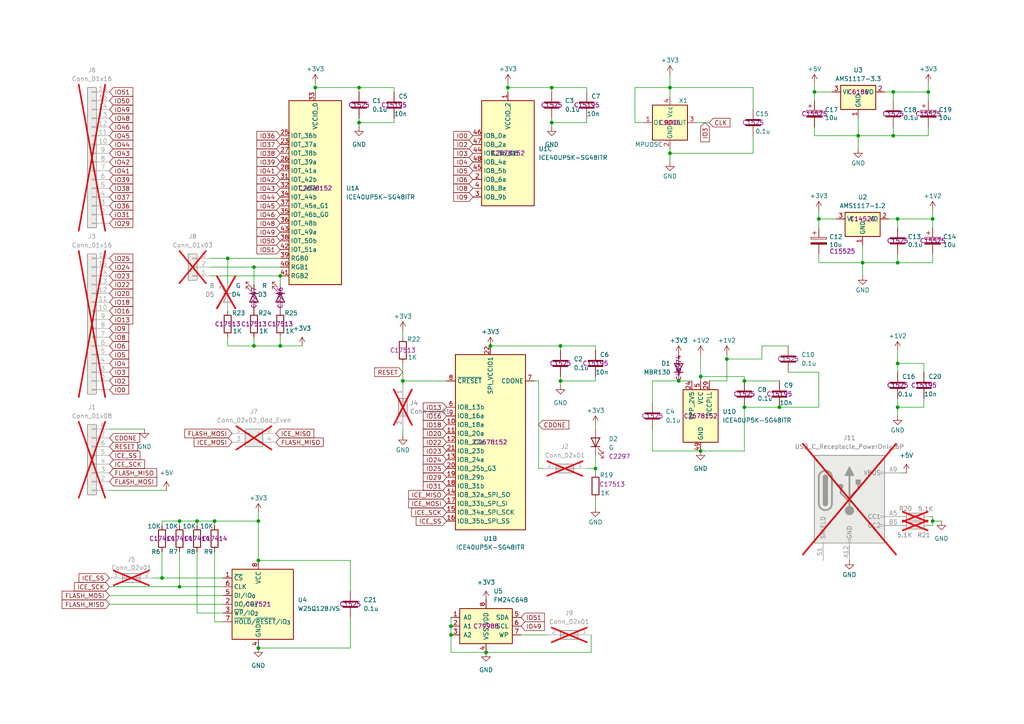
<source format=kicad_sch>
(kicad_sch (version 20250114) (generator "eeschema") (generator_version "9.0")
  (paper "A4")
  (junction (at 269.24 26.67))
  (junction (at 160.02 25.4))
  (junction (at 73.66 77.47))
  (junction (at 194.31 44.45))
  (junction (at 147.32 25.4))
  (junction (at 270.51 151.13))
  (junction (at 66.04 74.93))
  (junction (at 162.56 100.33))
  (junction (at 215.9 110.49))
  (junction (at 162.56 110.49))
  (junction (at 74.93 162.56))
  (junction (at 116.84 110.49))
  (junction (at 203.2 109.22))
  (junction (at 236.22 26.67))
  (junction (at 259.08 39.37))
  (junction (at 142.24 100.33))
  (junction (at 210.82 104.14))
  (junction (at 140.97 189.23))
  (junction (at 81.28 100.33))
  (junction (at 74.93 151.13))
  (junction (at 260.35 118.11))
  (junction (at 248.92 39.37))
  (junction (at 270.51 63.5))
  (junction (at 203.2 130.81))
  (junction (at 250.19 76.2))
  (junction (at 52.07 151.13))
  (junction (at 62.23 151.13))
  (junction (at 172.72 135.89))
  (junction (at 57.15 151.13))
  (junction (at 104.14 25.4))
  (junction (at 194.31 25.4))
  (junction (at 52.07 170.18))
  (junction (at 81.28 80.01))
  (junction (at 260.35 63.5))
  (junction (at 46.99 167.64))
  (junction (at 130.81 184.15))
  (junction (at 130.81 181.61))
  (junction (at 73.66 100.33))
  (junction (at 104.14 35.56))
  (junction (at 160.02 35.56))
  (junction (at 91.44 25.4))
  (junction (at 259.08 26.67))
  (junction (at 215.9 118.11))
  (junction (at 260.35 76.2))
  (junction (at 260.35 105.41))
  (junction (at 196.85 110.49))
  (junction (at 237.49 63.5))
  (junction (at 74.93 187.96))
  (junction (at 226.06 118.11))
  (wire (pts (xy 62.23 151.13) (xy 57.15 151.13)))
  (wire (pts (xy 172.72 100.33) (xy 162.56 100.33)))
  (wire (pts (xy 114.3 35.56) (xy 114.3 34.29)))
  (wire (pts (xy 73.66 100.33) (xy 81.28 100.33)))
  (wire (pts (xy 260.35 101.6) (xy 260.35 105.41)))
  (wire (pts (xy 66.04 74.93) (xy 81.28 74.93)))
  (wire (pts (xy 171.45 189.23) (xy 140.97 189.23)))
  (wire (pts (xy 160.02 34.29) (xy 160.02 35.56)))
  (wire (pts (xy 73.66 77.47) (xy 73.66 82.55)))
  (wire (pts (xy 170.18 25.4) (xy 160.02 25.4)))
  (wire (pts (xy 62.23 151.13) (xy 62.23 152.4)))
  (wire (pts (xy 104.14 34.29) (xy 104.14 35.56)))
  (wire (pts (xy 218.44 31.75) (xy 218.44 25.4)))
  (wire (pts (xy 52.07 160.02) (xy 52.07 170.18)))
  (wire (pts (xy 60.96 77.47) (xy 73.66 77.47)))
  (wire (pts (xy 257.81 63.5) (xy 260.35 63.5)))
  (wire (pts (xy 62.23 160.02) (xy 62.23 180.34)))
  (wire (pts (xy 236.22 26.67) (xy 236.22 24.13)))
  (wire (pts (xy 261.62 137.16) (xy 262.89 137.16)))
  (wire (pts (xy 160.02 25.4) (xy 160.02 26.67)))
  (wire (pts (xy 210.82 102.87) (xy 210.82 104.14)))
  (wire (pts (xy 44.45 167.64) (xy 46.99 167.64)))
  (wire (pts (xy 218.44 44.45) (xy 194.31 44.45)))
  (wire (pts (xy 270.51 73.66) (xy 270.51 76.2)))
  (wire (pts (xy 248.92 39.37) (xy 259.08 39.37)))
  (wire (pts (xy 184.15 25.4) (xy 194.31 25.4)))
  (wire (pts (xy 270.51 151.13) (xy 270.51 152.4)))
  (wire (pts (xy 172.72 110.49) (xy 172.72 109.22)))
  (wire (pts (xy 130.81 181.61) (xy 130.81 184.15)))
  (wire (pts (xy 64.77 177.8) (xy 57.15 177.8)))
  (wire (pts (xy 260.35 63.5) (xy 270.51 63.5)))
  (wire (pts (xy 260.35 118.11) (xy 267.97 118.11)))
  (wire (pts (xy 81.28 100.33) (xy 87.63 100.33)))
  (wire (pts (xy 203.2 130.81) (xy 215.9 130.81)))
  (wire (pts (xy 74.93 148.59) (xy 74.93 151.13)))
  (wire (pts (xy 101.6 187.96) (xy 101.6 179.07)))
  (wire (pts (xy 91.44 25.4) (xy 91.44 26.67)))
  (wire (pts (xy 259.08 36.83) (xy 259.08 39.37)))
  (wire (pts (xy 46.99 160.02) (xy 46.99 167.64)))
  (wire (pts (xy 226.06 110.49) (xy 215.9 110.49)))
  (wire (pts (xy 151.13 184.15) (xy 158.75 184.15)))
  (wire (pts (xy 162.56 110.49) (xy 172.72 110.49)))
  (wire (pts (xy 248.92 39.37) (xy 236.22 39.37)))
  (wire (pts (xy 73.66 97.79) (xy 73.66 100.33)))
  (wire (pts (xy 147.32 25.4) (xy 160.02 25.4)))
  (wire (pts (xy 270.51 63.5) (xy 270.51 60.96)))
  (wire (pts (xy 237.49 63.5) (xy 237.49 66.04)))
  (wire (pts (xy 172.72 132.08) (xy 172.72 135.89)))
  (wire (pts (xy 116.84 95.885) (xy 116.84 97.79)))
  (wire (pts (xy 260.35 76.2) (xy 270.51 76.2)))
  (wire (pts (xy 242.57 63.5) (xy 237.49 63.5)))
  (wire (pts (xy 46.99 167.64) (xy 64.77 167.64)))
  (wire (pts (xy 250.19 71.12) (xy 250.19 76.2)))
  (wire (pts (xy 66.04 100.33) (xy 73.66 100.33)))
  (wire (pts (xy 270.51 149.86) (xy 270.51 151.13)))
  (wire (pts (xy 237.49 63.5) (xy 237.49 60.96)))
  (wire (pts (xy 114.3 26.67) (xy 114.3 25.4)))
  (wire (pts (xy 104.14 35.56) (xy 104.14 36.83)))
  (wire (pts (xy 269.24 29.21) (xy 269.24 26.67)))
  (wire (pts (xy 170.18 35.56) (xy 170.18 34.29)))
  (wire (pts (xy 260.35 105.41) (xy 267.97 105.41)))
  (wire (pts (xy 218.44 39.37) (xy 218.44 44.45)))
  (wire (pts (xy 236.22 39.37) (xy 236.22 36.83)))
  (wire (pts (xy 156.21 135.89) (xy 156.21 110.49)))
  (wire (pts (xy 130.81 184.15) (xy 130.81 189.23)))
  (wire (pts (xy 189.23 124.46) (xy 189.23 130.81)))
  (wire (pts (xy 74.93 187.96) (xy 101.6 187.96)))
  (wire (pts (xy 91.44 24.13) (xy 91.44 25.4)))
  (wire (pts (xy 228.6 107.95) (xy 237.49 107.95)))
  (wire (pts (xy 162.56 100.33) (xy 142.24 100.33)))
  (wire (pts (xy 259.08 29.21) (xy 259.08 26.67)))
  (wire (pts (xy 116.84 110.49) (xy 116.84 111.76)))
  (wire (pts (xy 170.18 26.67) (xy 170.18 25.4)))
  (wire (pts (xy 74.93 151.13) (xy 74.93 162.56)))
  (wire (pts (xy 46.99 151.13) (xy 46.99 152.4)))
  (wire (pts (xy 172.72 144.78) (xy 172.72 147.32)))
  (wire (pts (xy 269.24 152.4) (xy 270.51 152.4)))
  (wire (pts (xy 203.2 102.87) (xy 203.2 109.22)))
  (wire (pts (xy 60.96 80.01) (xy 81.28 80.01)))
  (wire (pts (xy 203.2 109.22) (xy 203.2 110.49)))
  (wire (pts (xy 270.51 151.13) (xy 273.05 151.13)))
  (wire (pts (xy 260.35 66.04) (xy 260.35 63.5)))
  (wire (pts (xy 184.15 35.56) (xy 184.15 25.4)))
  (wire (pts (xy 31.75 142.24) (xy 48.26 142.24)))
  (wire (pts (xy 104.14 35.56) (xy 114.3 35.56)))
  (wire (pts (xy 116.84 110.49) (xy 129.54 110.49)))
  (wire (pts (xy 201.93 35.56) (xy 205.74 35.56)))
  (wire (pts (xy 215.9 110.49) (xy 215.9 109.22)))
  (wire (pts (xy 66.04 100.33) (xy 66.04 97.79)))
  (wire (pts (xy 172.72 123.19) (xy 172.72 124.46)))
  (wire (pts (xy 116.84 124.46) (xy 116.84 126.365)))
  (wire (pts (xy 162.56 100.33) (xy 162.56 101.6)))
  (wire (pts (xy 31.75 170.18) (xy 52.07 170.18)))
  (wire (pts (xy 270.51 66.04) (xy 270.51 63.5)))
  (wire (pts (xy 269.24 149.86) (xy 270.51 149.86)))
  (wire (pts (xy 52.07 170.18) (xy 64.77 170.18)))
  (wire (pts (xy 170.18 135.89) (xy 172.72 135.89)))
  (wire (pts (xy 194.31 25.4) (xy 194.31 27.94)))
  (wire (pts (xy 260.35 118.11) (xy 260.35 120.65)))
  (wire (pts (xy 248.92 34.29) (xy 248.92 39.37)))
  (wire (pts (xy 81.28 80.01) (xy 81.28 82.55)))
  (wire (pts (xy 236.22 26.67) (xy 236.22 29.21)))
  (wire (pts (xy 237.49 76.2) (xy 237.49 73.66)))
  (wire (pts (xy 215.9 118.11) (xy 226.06 118.11)))
  (wire (pts (xy 189.23 110.49) (xy 196.85 110.49)))
  (wire (pts (xy 172.72 135.89) (xy 172.72 137.16)))
  (wire (pts (xy 260.35 105.41) (xy 260.35 107.95)))
  (wire (pts (xy 62.23 180.34) (xy 64.77 180.34)))
  (wire (pts (xy 157.48 135.89) (xy 156.21 135.89)))
  (wire (pts (xy 52.07 151.13) (xy 46.99 151.13)))
  (wire (pts (xy 269.24 24.13) (xy 269.24 26.67)))
  (wire (pts (xy 256.54 26.67) (xy 259.08 26.67)))
  (wire (pts (xy 194.31 21.59) (xy 194.31 25.4)))
  (wire (pts (xy 31.75 175.26) (xy 64.77 175.26)))
  (wire (pts (xy 156.21 110.49) (xy 154.94 110.49)))
  (wire (pts (xy 74.93 151.13) (xy 62.23 151.13)))
  (wire (pts (xy 189.23 116.84) (xy 189.23 110.49)))
  (wire (pts (xy 220.98 104.14) (xy 220.98 100.33)))
  (wire (pts (xy 171.45 184.15) (xy 171.45 189.23)))
  (wire (pts (xy 104.14 25.4) (xy 91.44 25.4)))
  (wire (pts (xy 74.93 162.56) (xy 101.6 162.56)))
  (wire (pts (xy 147.32 25.4) (xy 147.32 26.67)))
  (wire (pts (xy 66.04 74.93) (xy 66.04 82.55)))
  (wire (pts (xy 218.44 25.4) (xy 194.31 25.4)))
  (wire (pts (xy 248.92 39.37) (xy 248.92 43.18)))
  (wire (pts (xy 172.72 101.6) (xy 172.72 100.33)))
  (wire (pts (xy 210.82 104.14) (xy 210.82 110.49)))
  (wire (pts (xy 162.56 110.49) (xy 162.56 111.76)))
  (wire (pts (xy 250.19 76.2) (xy 250.19 80.01)))
  (wire (pts (xy 114.3 25.4) (xy 104.14 25.4)))
  (wire (pts (xy 215.9 130.81) (xy 215.9 118.11)))
  (wire (pts (xy 210.82 110.49) (xy 205.74 110.49)))
  (wire (pts (xy 260.35 118.11) (xy 260.35 115.57)))
  (wire (pts (xy 241.3 26.67) (xy 236.22 26.67)))
  (wire (pts (xy 52.07 151.13) (xy 52.07 152.4)))
  (wire (pts (xy 194.31 44.45) (xy 194.31 46.99)))
  (wire (pts (xy 101.6 162.56) (xy 101.6 171.45)))
  (wire (pts (xy 31.75 124.46) (xy 41.91 124.46)))
  (wire (pts (xy 259.08 26.67) (xy 269.24 26.67)))
  (wire (pts (xy 57.15 177.8) (xy 57.15 160.02)))
  (wire (pts (xy 189.23 130.81) (xy 203.2 130.81)))
  (wire (pts (xy 267.97 107.95) (xy 267.97 105.41)))
  (wire (pts (xy 220.98 100.33) (xy 228.6 100.33)))
  (wire (pts (xy 267.97 115.57) (xy 267.97 118.11)))
  (wire (pts (xy 250.19 76.2) (xy 260.35 76.2)))
  (wire (pts (xy 162.56 109.22) (xy 162.56 110.49)))
  (wire (pts (xy 130.81 179.07) (xy 130.81 181.61)))
  (wire (pts (xy 104.14 25.4) (xy 104.14 26.67)))
  (wire (pts (xy 160.02 35.56) (xy 170.18 35.56)))
  (wire (pts (xy 160.02 35.56) (xy 160.02 36.83)))
  (wire (pts (xy 60.96 74.93) (xy 66.04 74.93)))
  (wire (pts (xy 147.32 24.13) (xy 147.32 25.4)))
  (wire (pts (xy 186.69 35.56) (xy 184.15 35.56)))
  (wire (pts (xy 73.66 77.47) (xy 81.28 77.47)))
  (wire (pts (xy 250.19 76.2) (xy 237.49 76.2)))
  (wire (pts (xy 269.24 36.83) (xy 269.24 39.37)))
  (wire (pts (xy 196.85 110.49) (xy 200.66 110.49)))
  (wire (pts (xy 259.08 39.37) (xy 269.24 39.37)))
  (wire (pts (xy 130.81 189.23) (xy 140.97 189.23)))
  (wire (pts (xy 57.15 151.13) (xy 52.07 151.13)))
  (wire (pts (xy 31.75 172.72) (xy 64.77 172.72)))
  (wire (pts (xy 210.82 104.14) (xy 220.98 104.14)))
  (wire (pts (xy 215.9 109.22) (xy 203.2 109.22)))
  (wire (pts (xy 237.49 118.11) (xy 237.49 107.95)))
  (wire (pts (xy 194.31 43.18) (xy 194.31 44.45)))
  (wire (pts (xy 57.15 151.13) (xy 57.15 152.4)))
  (wire (pts (xy 116.84 105.41) (xy 116.84 110.49)))
  (wire (pts (xy 260.35 73.66) (xy 260.35 76.2)))
  (wire (pts (xy 81.28 100.33) (xy 81.28 97.79)))
  (wire (pts (xy 226.06 118.11) (xy 237.49 118.11)))
  (global_label "FLASH_MOSI" (shape input) (at 31.75 172.72 180) (property "Intersheetrefs" "${INTERSHEET_REFS}" (effects (hide yes))))
  (global_label "IO50" (shape input) (at 81.28 69.85 180) (property "Intersheetrefs" "${INTERSHEET_REFS}" (effects (hide yes))))
  (global_label "ICE_SCK" (shape input) (at 129.54 148.59 180) (property "Intersheetrefs" "${INTERSHEET_REFS}" (effects (hide yes))))
  (global_label "IO9" (shape input) (at 137.16 57.15 180) (property "Intersheetrefs" "${INTERSHEET_REFS}" (effects (hide yes))))
  (global_label "RESET" (shape input) (at 31.75 129.54 0) (property "Intersheetrefs" "${INTERSHEET_REFS}" (effects (hide yes))))
  (global_label "IO0" (shape input) (at 31.75 113.03 0) (property "Intersheetrefs" "${INTERSHEET_REFS}" (effects (hide yes))))
  (global_label "IO6" (shape input) (at 137.16 52.07 180) (property "Intersheetrefs" "${INTERSHEET_REFS}" (effects (hide yes))))
  (global_label "ICE_SS" (shape input) (at 31.75 167.64 180) (property "Intersheetrefs" "${INTERSHEET_REFS}" (effects (hide yes))))
  (global_label "IO18" (shape input) (at 129.54 123.19 180) (property "Intersheetrefs" "${INTERSHEET_REFS}" (effects (hide yes))))
  (global_label "IO41" (shape input) (at 81.28 49.53 180) (property "Intersheetrefs" "${INTERSHEET_REFS}" (effects (hide yes))))
  (global_label "IO5" (shape input) (at 137.16 49.53 180) (property "Intersheetrefs" "${INTERSHEET_REFS}" (effects (hide yes))))
  (global_label "IO4" (shape input) (at 31.75 105.41 0) (property "Intersheetrefs" "${INTERSHEET_REFS}" (effects (hide yes))))
  (global_label "IO25" (shape input) (at 129.54 135.89 180) (property "Intersheetrefs" "${INTERSHEET_REFS}" (effects (hide yes))))
  (global_label "IO6" (shape input) (at 31.75 100.33 0) (property "Intersheetrefs" "${INTERSHEET_REFS}" (effects (hide yes))))
  (global_label "IO18" (shape input) (at 31.75 87.63 0) (property "Intersheetrefs" "${INTERSHEET_REFS}" (effects (hide yes))))
  (global_label "IO51" (shape input) (at 151.13 179.07 0) (property "Intersheetrefs" "${INTERSHEET_REFS}" (effects (hide yes))))
  (global_label "IO13" (shape input) (at 31.75 92.71 0) (property "Intersheetrefs" "${INTERSHEET_REFS}" (effects (hide yes))))
  (global_label "IO46" (shape input) (at 31.75 36.83 0) (property "Intersheetrefs" "${INTERSHEET_REFS}" (effects (hide yes))))
  (global_label "IO46" (shape input) (at 81.28 62.23 180) (property "Intersheetrefs" "${INTERSHEET_REFS}" (effects (hide yes))))
  (global_label "ICE_MISO" (shape input) (at 80.01 125.73 0) (property "Intersheetrefs" "${INTERSHEET_REFS}" (effects (hide yes))))
  (global_label "CDONE" (shape input) (at 31.75 127 0) (property "Intersheetrefs" "${INTERSHEET_REFS}" (effects (hide yes))))
  (global_label "IO45" (shape input) (at 81.28 59.69 180) (property "Intersheetrefs" "${INTERSHEET_REFS}" (effects (hide yes))))
  (global_label "IO51" (shape input) (at 31.75 26.67 0) (property "Intersheetrefs" "${INTERSHEET_REFS}" (effects (hide yes))))
  (global_label "IO31" (shape input) (at 31.75 62.23 0) (property "Intersheetrefs" "${INTERSHEET_REFS}" (effects (hide yes))))
  (global_label "IO3" (shape input) (at 31.75 107.95 0) (property "Intersheetrefs" "${INTERSHEET_REFS}" (effects (hide yes))))
  (global_label "IO13" (shape input) (at 129.54 118.11 180) (property "Intersheetrefs" "${INTERSHEET_REFS}" (effects (hide yes))))
  (global_label "IO37" (shape input) (at 31.75 57.15 0) (property "Intersheetrefs" "${INTERSHEET_REFS}" (effects (hide yes))))
  (global_label "IO49" (shape input) (at 151.13 181.61 0) (property "Intersheetrefs" "${INTERSHEET_REFS}" (effects (hide yes))))
  (global_label "ICE_MISO" (shape input) (at 129.54 143.51 180) (property "Intersheetrefs" "${INTERSHEET_REFS}" (effects (hide yes))))
  (global_label "ICE_SS" (shape input) (at 31.75 132.08 0) (property "Intersheetrefs" "${INTERSHEET_REFS}" (effects (hide yes))))
  (global_label "CLK" (shape input) (at 205.74 35.56 0) (property "Intersheetrefs" "${INTERSHEET_REFS}" (effects (hide yes))))
  (global_label "IO9" (shape input) (at 31.75 95.25 0) (property "Intersheetrefs" "${INTERSHEET_REFS}" (effects (hide yes))))
  (global_label "IO49" (shape input) (at 81.28 67.31 180) (property "Intersheetrefs" "${INTERSHEET_REFS}" (effects (hide yes))))
  (global_label "ICE_MOSI" (shape input) (at 129.54 146.05 180) (property "Intersheetrefs" "${INTERSHEET_REFS}" (effects (hide yes))))
  (global_label "ICE_SCK" (shape input) (at 31.75 134.62 0) (property "Intersheetrefs" "${INTERSHEET_REFS}" (effects (hide yes))))
  (global_label "IO38" (shape input) (at 31.75 54.61 0) (property "Intersheetrefs" "${INTERSHEET_REFS}" (effects (hide yes))))
  (global_label "FLASH_MISO" (shape input) (at 31.75 137.16 0) (property "Intersheetrefs" "${INTERSHEET_REFS}" (effects (hide yes))))
  (global_label "IO49" (shape input) (at 31.75 31.75 0) (property "Intersheetrefs" "${INTERSHEET_REFS}" (effects (hide yes))))
  (global_label "IO29" (shape input) (at 31.75 64.77 0) (property "Intersheetrefs" "${INTERSHEET_REFS}" (effects (hide yes))))
  (global_label "IO20" (shape input) (at 129.54 125.73 180) (property "Intersheetrefs" "${INTERSHEET_REFS}" (effects (hide yes))))
  (global_label "IO22" (shape input) (at 31.75 82.55 0) (property "Intersheetrefs" "${INTERSHEET_REFS}" (effects (hide yes))))
  (global_label "IO23" (shape input) (at 31.75 80.01 0) (property "Intersheetrefs" "${INTERSHEET_REFS}" (effects (hide yes))))
  (global_label "IO39" (shape input) (at 31.75 52.07 0) (property "Intersheetrefs" "${INTERSHEET_REFS}" (effects (hide yes))))
  (global_label "IO48" (shape input) (at 31.75 34.29 0) (property "Intersheetrefs" "${INTERSHEET_REFS}" (effects (hide yes))))
  (global_label "IO24" (shape input) (at 31.75 77.47 0) (property "Intersheetrefs" "${INTERSHEET_REFS}" (effects (hide yes))))
  (global_label "IO41" (shape input) (at 31.75 49.53 0) (property "Intersheetrefs" "${INTERSHEET_REFS}" (effects (hide yes))))
  (global_label "IO3" (shape input) (at 137.16 44.45 180) (property "Intersheetrefs" "${INTERSHEET_REFS}" (effects (hide yes))))
  (global_label "IO8" (shape input) (at 31.75 97.79 0) (property "Intersheetrefs" "${INTERSHEET_REFS}" (effects (hide yes))))
  (global_label "IO16" (shape input) (at 129.54 120.65 180) (property "Intersheetrefs" "${INTERSHEET_REFS}" (effects (hide yes))))
  (global_label "IO43" (shape input) (at 31.75 44.45 0) (property "Intersheetrefs" "${INTERSHEET_REFS}" (effects (hide yes))))
  (global_label "IO5" (shape input) (at 31.75 102.87 0) (property "Intersheetrefs" "${INTERSHEET_REFS}" (effects (hide yes))))
  (global_label "IO38" (shape input) (at 81.28 44.45 180) (property "Intersheetrefs" "${INTERSHEET_REFS}" (effects (hide yes))))
  (global_label "IO36" (shape input) (at 81.28 39.37 180) (property "Intersheetrefs" "${INTERSHEET_REFS}" (effects (hide yes))))
  (global_label "FLASH_MOSI" (shape input) (at 31.75 139.7 0) (property "Intersheetrefs" "${INTERSHEET_REFS}" (effects (hide yes))))
  (global_label "IO29" (shape input) (at 129.54 138.43 180) (property "Intersheetrefs" "${INTERSHEET_REFS}" (effects (hide yes))))
  (global_label "ICE_SS" (shape input) (at 129.54 151.13 180) (property "Intersheetrefs" "${INTERSHEET_REFS}" (effects (hide yes))))
  (global_label "IO0" (shape input) (at 137.16 39.37 180) (property "Intersheetrefs" "${INTERSHEET_REFS}" (effects (hide yes))))
  (global_label "IO2" (shape input) (at 137.16 41.91 180) (property "Intersheetrefs" "${INTERSHEET_REFS}" (effects (hide yes))))
  (global_label "RESET" (shape input) (at 116.84 107.95 180) (property "Intersheetrefs" "${INTERSHEET_REFS}" (effects (hide yes))))
  (global_label "IO23" (shape input) (at 129.54 130.81 180) (property "Intersheetrefs" "${INTERSHEET_REFS}" (effects (hide yes))))
  (global_label "IO24" (shape input) (at 129.54 133.35 180) (property "Intersheetrefs" "${INTERSHEET_REFS}" (effects (hide yes))))
  (global_label "IO45" (shape input) (at 31.75 39.37 0) (property "Intersheetrefs" "${INTERSHEET_REFS}" (effects (hide yes))))
  (global_label "ICE_SCK" (shape input) (at 31.75 170.18 180) (property "Intersheetrefs" "${INTERSHEET_REFS}" (effects (hide yes))))
  (global_label "IO25" (shape input) (at 31.75 74.93 0) (property "Intersheetrefs" "${INTERSHEET_REFS}" (effects (hide yes))))
  (global_label "IO42" (shape input) (at 81.28 52.07 180) (property "Intersheetrefs" "${INTERSHEET_REFS}" (effects (hide yes))))
  (global_label "IO42" (shape input) (at 31.75 46.99 0) (property "Intersheetrefs" "${INTERSHEET_REFS}" (effects (hide yes))))
  (global_label "IO50" (shape input) (at 31.75 29.21 0) (property "Intersheetrefs" "${INTERSHEET_REFS}" (effects (hide yes))))
  (global_label "FLASH_MOSI" (shape input) (at 67.31 125.73 180) (property "Intersheetrefs" "${INTERSHEET_REFS}" (effects (hide yes))))
  (global_label "IO43" (shape input) (at 81.28 54.61 180) (property "Intersheetrefs" "${INTERSHEET_REFS}" (effects (hide yes))))
  (global_label "CDONE" (shape input) (at 156.21 123.19 0) (property "Intersheetrefs" "${INTERSHEET_REFS}" (effects (hide yes))))
  (global_label "IO16" (shape input) (at 31.75 90.17 0) (property "Intersheetrefs" "${INTERSHEET_REFS}" (effects (hide yes))))
  (global_label "IO36" (shape input) (at 31.75 59.69 0) (property "Intersheetrefs" "${INTERSHEET_REFS}" (effects (hide yes))))
  (global_label "IO4" (shape input) (at 137.16 46.99 180) (property "Intersheetrefs" "${INTERSHEET_REFS}" (effects (hide yes))))
  (global_label "IO39" (shape input) (at 81.28 46.99 180) (property "Intersheetrefs" "${INTERSHEET_REFS}" (effects (hide yes))))
  (global_label "IO31" (shape input) (at 129.54 140.97 180) (property "Intersheetrefs" "${INTERSHEET_REFS}" (effects (hide yes))))
  (global_label "IO44" (shape input) (at 81.28 57.15 180) (property "Intersheetrefs" "${INTERSHEET_REFS}" (effects (hide yes))))
  (global_label "IO51" (shape input) (at 81.28 72.39 180) (property "Intersheetrefs" "${INTERSHEET_REFS}" (effects (hide yes))))
  (global_label "ICE_MOSI" (shape input) (at 67.31 128.27 180) (property "Intersheetrefs" "${INTERSHEET_REFS}" (effects (hide yes))))
  (global_label "IO3" (shape input) (at 204.47 35.56 270) (property "Intersheetrefs" "${INTERSHEET_REFS}" (effects (hide yes))))
  (global_label "IO48" (shape input) (at 81.28 64.77 180) (property "Intersheetrefs" "${INTERSHEET_REFS}" (effects (hide yes))))
  (global_label "IO37" (shape input) (at 81.28 41.91 180) (property "Intersheetrefs" "${INTERSHEET_REFS}" (effects (hide yes))))
  (global_label "IO44" (shape input) (at 31.75 41.91 0) (property "Intersheetrefs" "${INTERSHEET_REFS}" (effects (hide yes))))
  (global_label "IO22" (shape input) (at 129.54 128.27 180) (property "Intersheetrefs" "${INTERSHEET_REFS}" (effects (hide yes))))
  (global_label "IO8" (shape input) (at 137.16 54.61 180) (property "Intersheetrefs" "${INTERSHEET_REFS}" (effects (hide yes))))
  (global_label "IO2" (shape input) (at 31.75 110.49 0) (property "Intersheetrefs" "${INTERSHEET_REFS}" (effects (hide yes))))
  (global_label "FLASH_MISO" (shape input) (at 31.75 175.26 180) (property "Intersheetrefs" "${INTERSHEET_REFS}" (effects (hide yes))))
  (global_label "FLASH_MISO" (shape input) (at 80.01 128.27 0) (property "Intersheetrefs" "${INTERSHEET_REFS}" (effects (hide yes))))
  (global_label "IO20" (shape input) (at 31.75 85.09 0) (property "Intersheetrefs" "${INTERSHEET_REFS}" (effects (hide yes))))
  (symbol (lib_id "Regulator_Linear:AMS1117-1.5") (at 250.19 63.5 0) (unit 1)
    (property "Reference" "U2" (at 250.19 57.15 0))
    (property "Value" "AMS1117-1.2" (at 250.19 59.69 0))
    (property "Footprint" "Package_TO_SOT_SMD:SOT-223-3_TabPin2" (effects (hide yes)))
    (property "Datasheet" "http://www.advanced-monolithic.com/pdf/ds1117.pdf" (effects (hide yes)))
    (property "Description" "1A Low Dropout regulator, positive, 1.5V fixed output, SOT-223" (effects (hide yes)))
    (property "JLCPCB Part #" "C14529" (at 250.19 63.5 0))
  )
  (symbol (lib_id "Device:C") (at 189.23 120.65 0) (unit 1)
    (property "Reference" "C4" (at 193.04 119.3799 0) (effects (justify left)))
    (property "Value" "0.1u" (at 193.04 121.9199 0) (effects (justify left)))
    (property "Footprint" "Capacitor_SMD:C_0402_1005Metric" (effects (hide yes)))
    (property "Description" "Unpolarized capacitor" (effects (hide yes)))
    (property "JLCPCB Part #" "C1525" (at 189.23 120.65 0))
  )
  (symbol (lib_id "power:GND") (at 246.38 162.56 0) (unit 1)
    (property "Reference" "#PWR023" (effects (hide yes)))
    (property "Value" "GND" (at 246.38 166.6931 0))
  )
  (symbol (lib_id "FPGA_Lattice:ICE40UP5K-SG48ITR") (at 91.44 54.61 0) (unit 1)
    (property "Reference" "U1" (at 100.33 54.6099 0) (effects (justify left)))
    (property "Value" "ICE40UP5K-SG48ITR" (at 100.33 57.1499 0) (effects (justify left)))
    (property "Footprint" "Package_DFN_QFN:QFN-48-1EP_7x7mm_P0.5mm_EP5.6x5.6mm" (effects (hide yes)))
    (property "Datasheet" "http://www.latticesemi.com/Products/FPGAandCPLD/iCE40Ultra" (effects (hide yes)))
    (property "Description" "iCE40 UltraPlus FPGA, 5280 LUTs, 1.2V, 48-pin QFN" (effects (hide yes)))
    (property "JLCPCB Part #" "C2678152" (at 91.44 54.61 0))
  )
  (symbol (lib_id "Device:R") (at 172.72 140.97 0) (unit 1)
    (property "Reference" "R19" (at 175.895 137.795 0))
    (property "Value" "1K" (at 175.514 143.002 0))
    (property "Footprint" "Resistor_SMD:R_0805_2012Metric" (effects (hide yes)))
    (property "JLCPCB Part #" "C17513" (at 177.546 140.462 0))
  )
  (symbol (lib_id "Device:C") (at 218.44 35.56 0) (unit 1)
    (property "Reference" "C15" (at 219.075 33.02 0) (effects (justify left)))
    (property "Value" "0.1u" (at 219.075 38.1 0) (effects (justify left)))
    (property "Footprint" "Capacitor_SMD:C_0402_1005Metric" (effects (hide yes)))
    (property "JLCPCB Part #" "C1525" (at 218.44 35.56 0))
  )
  (symbol (lib_id "Oscillator:SG-210SED") (at 194.31 35.56 0) (unit 1)
    (property "Reference" "X1" (at 196.85 29.21 0) (effects (justify left)))
    (property "Value" "MPUOSC" (at 184.15 41.91 0) (effects (justify left)))
    (property "Footprint" "Oscillator:Oscillator_SMD_Abracon_ASE-4Pin_3.2x2.5mm" (effects (hide yes)))
    (property "Datasheet" "https://support.epson.biz/td/api/doc_check.php?mode=dl&lang=en&Parts=SG-210SED" (effects (hide yes)))
    (property "JLCPCB Part #" "C9006" (at 194.31 35.56 0))
  )
  (symbol (lib_id "FPGA_Lattice:ICE40UP5K-SG48ITR") (at 142.24 128.27 0) (unit 2)
    (property "Reference" "U1" (at 142.24 156.21 0))
    (property "Value" "ICE40UP5K-SG48ITR" (at 142.24 158.75 0))
    (property "Footprint" "Package_DFN_QFN:QFN-48-1EP_7x7mm_P0.5mm_EP5.6x5.6mm" (effects (hide yes)))
    (property "Datasheet" "http://www.latticesemi.com/Products/FPGAandCPLD/iCE40Ultra" (effects (hide yes)))
    (property "Description" "iCE40 UltraPlus FPGA, 5280 LUTs, 1.2V, 48-pin QFN" (effects (hide yes)))
    (property "JLCPCB Part #" "C2678152" (at 142.24 128.27 0))
  )
  (symbol (lib_id "Device:C") (at 104.14 30.48 0) (unit 1)
    (property "Reference" "C1" (at 107.95 29.2099 0) (effects (justify left)))
    (property "Value" "0.1u" (at 107.95 31.7499 0) (effects (justify left)))
    (property "Footprint" "Capacitor_SMD:C_0402_1005Metric" (effects (hide yes)))
    (property "Description" "Unpolarized capacitor" (effects (hide yes)))
    (property "JLCPCB Part #" "C1525" (at 104.14 30.48 0))
  )
  (symbol (lib_id "FPGA_Lattice:ICE40UP5K-SG48ITR") (at 147.32 44.45 0) (unit 3)
    (property "Reference" "U1" (at 156.21 43.1799 0) (effects (justify left)))
    (property "Value" "ICE40UP5K-SG48ITR" (at 156.21 45.7199 0) (effects (justify left)))
    (property "Footprint" "Package_DFN_QFN:QFN-48-1EP_7x7mm_P0.5mm_EP5.6x5.6mm" (effects (hide yes)))
    (property "Datasheet" "http://www.latticesemi.com/Products/FPGAandCPLD/iCE40Ultra" (effects (hide yes)))
    (property "Description" "iCE40 UltraPlus FPGA, 5280 LUTs, 1.2V, 48-pin QFN" (effects (hide yes)))
    (property "JLCPCB Part #" "C2678152" (at 147.32 44.45 0))
  )
  (symbol (lib_id "Device:R") (at 52.07 156.21 0) (unit 1)
    (property "Reference" "R7" (at 50.292 160.02 0))
    (property "Value" "10K" (at 49.784 152.654 0))
    (property "Footprint" "Resistor_SMD:R_0805_2012Metric" (effects (hide yes)))
    (property "JLCPCB Part #" "C17414" (at 52.07 156.21 0))
  )
  (symbol (lib_id "power:+3V3") (at 269.24 24.13 0) (unit 1)
    (property "Reference" "#PWR015" (effects (hide yes)))
    (property "Value" "+3V3" (at 269.24 19.9969 0))
  )
  (symbol (lib_id "Device:C") (at 259.08 33.02 0) (unit 1)
    (property "Reference" "C18" (at 262.001 31.8516 0) (effects (justify left)))
    (property "Value" "0.1u" (at 262.001 34.163 0) (effects (justify left)))
    (property "Footprint" "Capacitor_SMD:C_0402_1005Metric" (effects (hide yes)))
    (property "JLCPCB Part #" "C1525" (at 259.08 33.02 0))
  )
  (symbol (lib_id "power:+1V2") (at 203.2 102.87 0) (unit 1)
    (property "Reference" "#PWR09" (effects (hide yes)))
    (property "Value" "+1V2" (at 203.2 98.7369 0))
  )
  (symbol (lib_id "Device:CP") (at 236.22 33.02 0) (unit 1)
    (property "Reference" "C17" (at 239.2172 31.8516 0) (effects (justify left)))
    (property "Value" "10u" (at 239.2172 34.163 0) (effects (justify left)))
    (property "Footprint" "Capacitor_SMD:C_0402_1005Metric" (effects (hide yes)))
    (property "JLCPCB Part #" "C15525" (at 236.22 33.02 0))
  )
  (symbol (lib_id "power:GND") (at 162.56 111.76 0) (unit 1)
    (property "Reference" "#PWR06" (effects (hide yes)))
    (property "Value" "GND" (at 162.56 116.84 0))
    (property "Description" "Power symbol creates a global label with name \"GND\" , ground" (effects (hide yes)))
  )
  (symbol (lib_id "Device:LED") (at 172.72 128.27 90) (unit 1)
    (property "Reference" "D2" (at 176.53 127.3174 90) (effects (justify right)))
    (property "Value" "G" (at 176.53 129.8574 90) (effects (justify right)))
    (property "Footprint" "LED_SMD:LED_0805_2012Metric" (effects (hide yes)))
    (property "Description" "Light emitting diode" (effects (hide yes)))
    (property "Sim.Pins" "1=K 2=A" (effects (hide yes)))
    (property "JLCPCB Part #" "C2297" (at 176.53 132.3974 90) (effects (justify right)))
  )
  (symbol (lib_id "power:+3V3") (at 172.72 123.19 0) (unit 1)
    (property "Reference" "#PWR037" (effects (hide yes)))
    (property "Value" "+3V3" (at 172.72 119.0569 0))
  )
  (symbol (lib_id "power:GND") (at 160.02 36.83 0) (unit 1)
    (property "Reference" "#PWR07" (effects (hide yes)))
    (property "Value" "GND" (at 160.02 41.91 0))
    (property "Description" "Power symbol creates a global label with name \"GND\" , ground" (effects (hide yes)))
  )
  (symbol (lib_name "+3V3_1") (lib_id "power:+3V3") (at 140.97 173.99 0) (unit 1)
    (property "Reference" "#PWR010" (effects (hide yes)))
    (property "Value" "+3V3" (at 140.97 168.91 0))
    (property "Description" "Power symbol creates a global label with name \"+3V3\"" (effects (hide yes)))
  )
  (symbol (lib_id "power:+3V3") (at 87.63 100.33 0) (unit 1)
    (property "Reference" "#PWR028" (effects (hide yes)))
    (property "Value" "+3V3" (at 87.63 95.25 0))
  )
  (symbol (lib_id "power:+3V3") (at 237.49 60.96 0) (unit 1)
    (property "Reference" "#PWR012" (effects (hide yes)))
    (property "Value" "+3V3" (at 237.49 56.8269 0))
  )
  (symbol (lib_id "Device:C") (at 215.9 114.3 0) (unit 1)
    (property "Reference" "C8" (at 219.71 113.0299 0) (effects (justify left)))
    (property "Value" "0.1u" (at 219.71 115.5699 0) (effects (justify left)))
    (property "Footprint" "Capacitor_SMD:C_0402_1005Metric" (effects (hide yes)))
    (property "Description" "Unpolarized capacitor" (effects (hide yes)))
    (property "JLCPCB Part #" "C1525" (at 215.9 114.3 0))
  )
  (symbol (lib_id "Connector:USB_C_Receptacle_PowerOnly_6P") (at 246.38 144.78 0) (unit 1) (dnp yes)
    (property "Reference" "J11" (at 246.38 127 0))
    (property "Value" "USB_C_Receptacle_PowerOnly_6P" (at 246.38 129.54 0))
    (property "Footprint" "Connector_USB:USB_C_Receptacle_GCT_USB4135-GF-A_6P_TopMnt_Horizontal" (effects (hide yes)))
    (property "Datasheet" "https://www.usb.org/sites/default/files/documents/usb_type-c.zip" (effects (hide yes)))
    (property "Description" "USB Power-Only 6P Type-C Receptacle connector" (effects (hide yes)))
  )
  (symbol (lib_id "Device:C") (at 101.6 175.26 0) (unit 1)
    (property "Reference" "C21" (at 105.41 173.9899 0) (effects (justify left)))
    (property "Value" "0.1u" (at 105.41 176.5299 0) (effects (justify left)))
    (property "Footprint" "Capacitor_SMD:C_0402_1005Metric" (effects (hide yes)))
    (property "Description" "Unpolarized capacitor" (effects (hide yes)))
    (property "JLCPCB Part #" "C1525" (at 101.6 175.26 0))
  )
  (symbol (lib_id "Device:R") (at 265.43 152.4 270) (unit 1) (dnp yes)
    (property "Reference" "R21" (at 267.97 155.194 90))
    (property "Value" "5.1K" (at 262.382 155.194 90))
    (property "Footprint" "Resistor_SMD:R_0805_2012Metric_Pad1.20x1.40mm_HandSolder" (effects (hide yes)))
  )
  (symbol (lib_id "Memory_NVRAM:FM24C64B") (at 140.97 181.61 0) (unit 1)
    (property "Reference" "U5" (at 143.1133 171.45 0) (effects (justify left)))
    (property "Value" "FM24C64B" (at 143.1133 173.99 0) (effects (justify left)))
    (property "Footprint" "Package_SO:SOIC-8_3.9x4.9mm_P1.27mm" (effects (hide yes)))
    (property "Datasheet" "http://www.cypress.com/file/41651/download" (effects (hide yes)))
    (property "Description" "64Kb serial FRAM nonvolatile Memory, SOIC-8" (effects (hide yes)))
    (property "JLCPCB Part #" "C79988" (at 140.97 181.61 0))
  )
  (symbol (lib_id "power:GND") (at 273.05 151.13 0) (unit 1)
    (property "Reference" "#PWR024" (effects (hide yes)))
    (property "Value" "GND" (at 273.05 156.21 0))
    (property "Description" "Power symbol creates a global label with name \"GND\" , ground" (effects (hide yes)))
  )
  (symbol (lib_id "power:+3V3") (at 196.85 102.87 0) (unit 1)
    (property "Reference" "#PWR08" (effects (hide yes)))
    (property "Value" "+3V3" (at 196.85 98.7369 0))
  )
  (symbol (lib_id "Device:C") (at 160.02 30.48 0) (unit 1)
    (property "Reference" "C3" (at 163.83 29.2099 0) (effects (justify left)))
    (property "Value" "0.1u" (at 163.83 31.7499 0) (effects (justify left)))
    (property "Footprint" "Capacitor_SMD:C_0402_1005Metric" (effects (hide yes)))
    (property "Description" "Unpolarized capacitor" (effects (hide yes)))
    (property "JLCPCB Part #" "C1525" (at 160.02 30.48 0))
  )
  (symbol (lib_id "Device:C") (at 114.3 30.48 0) (unit 1)
    (property "Reference" "C5" (at 115.57 27.94 0) (effects (justify left)))
    (property "Value" "10n" (at 114.3 33.02 0) (effects (justify left)))
    (property "Footprint" "Capacitor_SMD:C_0402_1005Metric" (effects (hide yes)))
    (property "JLCPCB Part #" "C15195" (at 114.3 30.48 0))
  )
  (symbol (lib_id "Device:C") (at 226.06 114.3 0) (unit 1)
    (property "Reference" "C9" (at 227.33 111.76 0) (effects (justify left)))
    (property "Value" "10n" (at 226.06 116.84 0) (effects (justify left)))
    (property "Footprint" "Capacitor_SMD:C_0402_1005Metric" (effects (hide yes)))
    (property "JLCPCB Part #" "C15195" (at 226.06 114.3 0))
  )
  (symbol (lib_id "Device:C") (at 170.18 30.48 0) (unit 1)
    (property "Reference" "C7" (at 171.45 27.94 0) (effects (justify left)))
    (property "Value" "10n" (at 170.18 33.02 0) (effects (justify left)))
    (property "Footprint" "Capacitor_SMD:C_0402_1005Metric" (effects (hide yes)))
    (property "JLCPCB Part #" "C15195" (at 170.18 30.48 0))
  )
  (symbol (lib_id "Device:LED") (at 81.28 86.36 270) (unit 1)
    (property "Reference" "D3" (at 77.47 85.4075 90) (effects (justify right)))
    (property "Value" "R" (at 77.47 82.8675 90) (effects (justify right)))
    (property "Footprint" "LED_SMD:LED_0603_1608Metric" (effects (hide yes)))
    (property "JLCPCB Part #" "C2286" (at 81.28 86.36 0))
  )
  (symbol (lib_id "power:GND") (at 116.84 126.365 0) (unit 1)
    (property "Reference" "#PWR036" (effects (hide yes)))
    (property "Value" "GND" (at 116.84 130.4981 0))
  )
  (symbol (lib_id "Device:CP") (at 270.51 69.85 0) (unit 1)
    (property "Reference" "C14" (at 273.5072 68.6816 0) (effects (justify left)))
    (property "Value" "10u" (at 273.5072 70.993 0) (effects (justify left)))
    (property "Footprint" "Capacitor_SMD:C_0402_1005Metric" (effects (hide yes)))
    (property "JLCPCB Part #" "C15525" (at 270.51 69.85 0))
  )
  (symbol (lib_id "Connector_Generic:Conn_02x01") (at 166.37 184.15 180) (unit 1) (dnp yes)
    (property "Reference" "J9" (at 165.1 177.8 0))
    (property "Value" "Conn_02x01" (at 165.1 180.34 0))
    (property "Footprint" "Connector_PinHeader_2.54mm:PinHeader_2x01_P2.54mm_Vertical" (effects (hide yes)))
  )
  (symbol (lib_id "power:GND") (at 250.19 80.01 0) (unit 1)
    (property "Reference" "#PWR013" (effects (hide yes)))
    (property "Value" "GND" (at 250.19 84.1431 0))
  )
  (symbol (lib_id "power:+3V3") (at 116.84 95.885 0) (unit 1)
    (property "Reference" "#PWR035" (effects (hide yes)))
    (property "Value" "+3V3" (at 116.84 91.7519 0))
  )
  (symbol (lib_id "power:+1V2") (at 260.35 101.6 0) (unit 1)
    (property "Reference" "#PWR019" (effects (hide yes)))
    (property "Value" "+1V2" (at 260.35 97.4669 0))
  )
  (symbol (lib_id "power:+5V") (at 236.22 24.13 0) (unit 1)
    (property "Reference" "#PWR022" (effects (hide yes)))
    (property "Value" "+5V" (at 236.22 19.9969 0))
  )
  (symbol (lib_id "Device:CP") (at 269.24 33.02 0) (unit 1)
    (property "Reference" "C19" (at 272.2372 31.8516 0) (effects (justify left)))
    (property "Value" "10u" (at 272.2372 34.163 0) (effects (justify left)))
    (property "Footprint" "Capacitor_SMD:C_0402_1005Metric" (effects (hide yes)))
    (property "JLCPCB Part #" "C15525" (at 269.24 33.02 0))
  )
  (symbol (lib_id "Connector_Generic:Conn_01x16") (at 26.67 46.99 180) (unit 1) (dnp yes)
    (property "Reference" "J6" (at 26.67 20.32 0))
    (property "Value" "Conn_01x16" (at 26.67 22.86 0))
    (property "Footprint" "Connector_PinHeader_2.54mm:PinHeader_1x16_P2.54mm_Vertical" (effects (hide yes)))
    (property "Description" "Generic connector, single row, 01x16, script generated (kicad-library-utils/schlib/autogen/connector/)" (effects (hide yes)))
  )
  (symbol (lib_id "power:GND") (at 203.2 130.81 0) (unit 1)
    (property "Reference" "#PWR01" (effects (hide yes)))
    (property "Value" "GND" (at 203.2 135.89 0))
    (property "Description" "Power symbol creates a global label with name \"GND\" , ground" (effects (hide yes)))
  )
  (symbol (lib_id "Device:CP") (at 237.49 69.85 0) (unit 1)
    (property "Reference" "C12" (at 240.4872 68.6816 0) (effects (justify left)))
    (property "Value" "10u" (at 240.4872 70.993 0) (effects (justify left)))
    (property "Footprint" "Capacitor_SMD:C_0402_1005Metric" (effects (hide yes)))
    (property "JLCPCB Part #" "C15525" (at 244.348 72.898 0))
  )
  (symbol (lib_id "Device:LED") (at 73.66 86.36 270) (unit 1)
    (property "Reference" "D4" (at 69.85 85.4075 90) (effects (justify right)))
    (property "Value" "G" (at 69.85 82.8675 90) (effects (justify right)))
    (property "Footprint" "LED_SMD:LED_0805_2012Metric" (effects (hide yes)))
    (property "JLCPCB Part #" "C2297" (at 73.66 86.36 0))
  )
  (symbol (lib_id "Device:R") (at 46.99 156.21 0) (unit 1)
    (property "Reference" "R6" (at 45.212 160.02 0))
    (property "Value" "10K" (at 44.704 152.654 0))
    (property "Footprint" "Resistor_SMD:R_0805_2012Metric" (effects (hide yes)))
    (property "JLCPCB Part #" "C17414" (at 46.99 156.21 0))
  )
  (symbol (lib_id "power:GND") (at 172.72 147.32 0) (unit 1)
    (property "Reference" "#PWR038" (effects (hide yes)))
    (property "Value" "GND" (at 172.72 151.4531 0))
  )
  (symbol (lib_id "power:GND") (at 74.93 187.96 0) (unit 1)
    (property "Reference" "#PWR05" (effects (hide yes)))
    (property "Value" "GND" (at 74.93 193.04 0))
    (property "Description" "Power symbol creates a global label with name \"GND\" , ground" (effects (hide yes)))
  )
  (symbol (lib_id "Device:R") (at 116.84 101.6 0) (unit 1)
    (property "Reference" "R22" (at 120.015 98.425 0))
    (property "Value" "1K" (at 119.634 103.632 0))
    (property "Footprint" "Resistor_SMD:R_0805_2012Metric" (effects (hide yes)))
    (property "JLCPCB Part #" "C17513" (at 116.84 101.6 0))
  )
  (symbol (lib_id "power:+1V2") (at 270.51 60.96 0) (unit 1)
    (property "Reference" "#PWR016" (effects (hide yes)))
    (property "Value" "+1V2" (at 270.51 56.8269 0))
  )
  (symbol (lib_id "Memory_Flash:W25Q128JVS") (at 74.93 175.26 0) (unit 1)
    (property "Reference" "U4" (at 86.36 173.9899 0) (effects (justify left)))
    (property "Value" "W25Q128JVS" (at 86.36 176.5299 0) (effects (justify left)))
    (property "Footprint" "Package_SO:SOIC-8_5.3x5.3mm_P1.27mm" (effects (hide yes)))
    (property "Datasheet" "https://www.winbond.com/resource-files/w25q128jv_dtr%20revc%2003272018%20plus.pdf" (effects (hide yes)))
    (property "Description" "128Mbit / 16MiB Serial Flash Memory, Standard/Dual/Quad SPI, 2.7-3.6V, SOIC-8" (effects (hide yes)))
    (property "JLCPCB Part #" "C97521" (at 74.93 175.26 0))
  )
  (symbol (lib_id "power:+3V3") (at 147.32 24.13 0) (unit 1)
    (property "Reference" "#PWR027" (effects (hide yes)))
    (property "Value" "+3V3" (at 147.32 19.9969 0))
  )
  (symbol (lib_id "Device:C") (at 260.35 111.76 0) (unit 1)
    (property "Reference" "C16" (at 261.62 109.22 0) (effects (justify left)))
    (property "Value" "0.1u" (at 260.35 114.3 0) (effects (justify left)))
    (property "Footprint" "Capacitor_SMD:C_0402_1005Metric" (effects (hide yes)))
    (property "JLCPCB Part #" "C1525" (at 260.35 111.76 0))
  )
  (symbol (lib_id "Device:C") (at 267.97 111.76 0) (unit 1)
    (property "Reference" "C20" (at 269.24 109.22 0) (effects (justify left)))
    (property "Value" "10n" (at 267.97 114.3 0) (effects (justify left)))
    (property "Footprint" "Capacitor_SMD:C_0402_1005Metric" (effects (hide yes)))
    (property "JLCPCB Part #" "C15195" (at 267.97 111.76 0))
  )
  (symbol (lib_id "Device:LED") (at 66.04 86.36 270) (unit 1) (dnp yes)
    (property "Reference" "D5" (at 62.23 85.4075 90) (effects (justify right)))
    (property "Value" "B" (at 62.23 82.8675 90) (effects (justify right)))
    (property "Footprint" "LED_SMD:LED_0201_0603Metric_Pad0.64x0.40mm_HandSolder" (effects (hide yes)))
  )
  (symbol (lib_id "Device:C") (at 260.35 69.85 0) (unit 1)
    (property "Reference" "C13" (at 263.271 68.6816 0) (effects (justify left)))
    (property "Value" "0.1u" (at 263.271 70.993 0) (effects (justify left)))
    (property "Footprint" "Capacitor_SMD:C_0402_1005Metric" (effects (hide yes)))
    (property "JLCPCB Part #" "C1525" (at 260.35 69.85 0))
  )
  (symbol (lib_id "Regulator_Linear:AMS1117-3.3") (at 248.92 26.67 0) (unit 1)
    (property "Reference" "U3" (at 248.92 20.32 0))
    (property "Value" "AMS1117-3.3" (at 248.92 22.86 0))
    (property "Footprint" "Package_TO_SOT_SMD:SOT-223-3_TabPin2" (effects (hide yes)))
    (property "Datasheet" "http://www.advanced-monolithic.com/pdf/ds1117.pdf" (effects (hide yes)))
    (property "Description" "1A Low Dropout regulator, positive, 3.3V fixed output, SOT-223" (effects (hide yes)))
    (property "JLCPCB Part #" "C6186" (at 248.92 26.67 0))
  )
  (symbol (lib_id "power:+3V3") (at 194.31 21.59 0) (unit 1)
    (property "Reference" "#PWR017" (effects (hide yes)))
    (property "Value" "+3V3" (at 194.31 17.4569 0))
  )
  (symbol (lib_id "Connector_Generic:Conn_01x16") (at 26.67 95.25 180) (unit 1) (dnp yes)
    (property "Reference" "J3" (at 26.67 68.58 0))
    (property "Value" "Conn_01x16" (at 26.67 71.12 0))
    (property "Footprint" "Connector_PinHeader_2.54mm:PinHeader_1x16_P2.54mm_Vertical" (effects (hide yes)))
    (property "Description" "Generic connector, single row, 01x16, script generated (kicad-library-utils/schlib/autogen/connector/)" (effects (hide yes)))
  )
  (symbol (lib_id "power:+1V2") (at 210.82 102.87 0) (unit 1)
    (property "Reference" "#PWR020" (effects (hide yes)))
    (property "Value" "+1V2" (at 210.82 98.7369 0))
  )
  (symbol (lib_id "Device:D") (at 196.85 106.68 90) (unit 1)
    (property "Reference" "D1" (at 191.77 105.41 90) (effects (justify right)))
    (property "Value" "MBR130" (at 186.69 107.95 90) (effects (justify right)))
    (property "Footprint" "Diode_SMD:D_SOD-123" (effects (hide yes)))
    (property "Sim.Device" "D" (effects (hide yes)))
    (property "Sim.Pins" "1=K 2=A" (effects (hide yes)))
    (property "JLCPCB Part #" "C48974" (at 196.85 106.68 0))
  )
  (symbol (lib_id "Connector_Generic:Conn_02x01") (at 36.83 167.64 0) (unit 1) (dnp yes)
    (property "Reference" "J5" (at 38.1 162.2257 0))
    (property "Value" "Conn_02x01" (at 38.1 164.6499 0))
    (property "Footprint" "Connector_PinHeader_2.54mm:PinHeader_2x01_P2.54mm_Vertical" (effects (hide yes)))
  )
  (symbol (lib_id "Connector_Generic:Conn_01x08") (at 26.67 134.62 180) (unit 1) (dnp yes)
    (property "Reference" "J1" (at 26.67 118.11 0))
    (property "Value" "Conn_01x08" (at 26.67 120.65 0))
    (property "Footprint" "Connector_PinHeader_2.54mm:PinHeader_1x08_P2.54mm_Vertical" (effects (hide yes)))
    (property "Description" "Generic connector, single row, 01x08, script generated (kicad-library-utils/schlib/autogen/connector/)" (effects (hide yes)))
  )
  (symbol (lib_id "power:GND") (at 41.91 124.46 0) (unit 1)
    (property "Reference" "#PWR03" (effects (hide yes)))
    (property "Value" "GND" (at 41.91 129.54 0))
    (property "Description" "Power symbol creates a global label with name \"GND\" , ground" (effects (hide yes)))
  )
  (symbol (lib_id "power:GND") (at 140.97 189.23 0) (unit 1)
    (property "Reference" "#PWR011" (effects (hide yes)))
    (property "Value" "GND" (at 140.97 194.31 0))
    (property "Description" "Power symbol creates a global label with name \"GND\" , ground" (effects (hide yes)))
  )
  (symbol (lib_id "Device:R") (at 81.28 93.98 0) (unit 1)
    (property "Reference" "R25" (at 84.455 90.805 0))
    (property "Value" "1K" (at 84.074 96.012 0))
    (property "Footprint" "Resistor_SMD:R_0805_2012Metric" (effects (hide yes)))
    (property "JLCPCB Part #" "C17513" (at 81.28 93.98 0))
  )
  (symbol (lib_id "Connector_Generic:Conn_02x02_Odd_Even") (at 72.39 125.73 0) (unit 1) (dnp yes)
    (property "Reference" "J7" (at 73.66 119.38 0))
    (property "Value" "Conn_02x02_Odd_Even" (at 73.66 121.92 0))
    (property "Footprint" "Connector_PinSocket_2.54mm:PinSocket_2x02_P2.54mm_Vertical" (effects (hide yes)))
    (property "Description" "Generic connector, double row, 02x02, odd/even pin numbering scheme (row 1 odd numbers, row 2 even numbers), script generated (kicad-library-utils/schlib/autogen/connector/)" (effects (hide yes)))
  )
  (symbol (lib_id "power:+3V3") (at 74.93 148.59 0) (unit 1)
    (property "Reference" "#PWR029" (effects (hide yes)))
    (property "Value" "+3V3" (at 74.93 144.4569 0))
  )
  (symbol (lib_id "Device:R") (at 73.66 93.98 0) (unit 1)
    (property "Reference" "R24" (at 76.835 90.805 0))
    (property "Value" "1K" (at 76.454 96.012 0))
    (property "Footprint" "Resistor_SMD:R_0805_2012Metric" (effects (hide yes)))
    (property "JLCPCB Part #" "C17513" (at 73.66 93.98 0))
  )
  (symbol (lib_id "power:GND") (at 248.92 43.18 0) (unit 1)
    (property "Reference" "#PWR014" (effects (hide yes)))
    (property "Value" "GND" (at 248.92 47.3131 0))
  )
  (symbol (lib_id "power:+3V3") (at 91.44 24.13 0) (unit 1)
    (property "Reference" "#PWR026" (effects (hide yes)))
    (property "Value" "+3V3" (at 91.44 19.9969 0))
  )
  (symbol (lib_id "Device:C") (at 172.72 105.41 0) (unit 1)
    (property "Reference" "C6" (at 173.99 102.87 0) (effects (justify left)))
    (property "Value" "10n" (at 172.72 107.95 0) (effects (justify left)))
    (property "Footprint" "Capacitor_SMD:C_0402_1005Metric" (effects (hide yes)))
    (property "JLCPCB Part #" "C15195" (at 172.72 105.41 0))
  )
  (symbol (lib_id "Device:R") (at 57.15 156.21 0) (unit 1)
    (property "Reference" "R8" (at 55.372 160.02 0))
    (property "Value" "10K" (at 54.864 152.654 0))
    (property "Footprint" "Resistor_SMD:R_0805_2012Metric" (effects (hide yes)))
    (property "JLCPCB Part #" "C17414" (at 57.15 156.21 0))
  )
  (symbol (lib_id "Device:R") (at 265.43 149.86 90) (unit 1) (dnp yes)
    (property "Reference" "R20" (at 262.636 147.574 90))
    (property "Value" "5.1K" (at 268.478 147.574 90))
    (property "Footprint" "Resistor_SMD:R_0805_2012Metric_Pad1.20x1.40mm_HandSolder" (effects (hide yes)))
  )
  (symbol (lib_id "FPGA_Lattice:ICE40UP5K-SG48ITR") (at 203.2 120.65 0) (unit 4)
    (property "Reference" "U1" (at 209.55 119.3799 0) (effects (justify left)))
    (property "Value" "ICE40UP5K-SG48ITR" (at 209.55 121.9199 0) (effects (justify left)))
    (property "Footprint" "Package_DFN_QFN:QFN-48-1EP_7x7mm_P0.5mm_EP5.6x5.6mm" (effects (hide yes)))
    (property "Datasheet" "http://www.latticesemi.com/Products/FPGAandCPLD/iCE40Ultra" (effects (hide yes)))
    (property "Description" "iCE40 UltraPlus FPGA, 5280 LUTs, 1.2V, 48-pin QFN" (effects (hide yes)))
    (property "JLCPCB Part #" "C2678152" (at 203.2 120.65 0))
  )
  (symbol (lib_id "Device:C") (at 228.6 104.14 0) (unit 1)
    (property "Reference" "C10" (at 232.41 102.8699 0) (effects (justify left)))
    (property "Value" "0.1u" (at 232.41 105.4099 0) (effects (justify left)))
    (property "Footprint" "Capacitor_SMD:C_0402_1005Metric" (effects (hide yes)))
    (property "Description" "Unpolarized capacitor" (effects (hide yes)))
    (property "JLCPCB Part #" "C1525" (at 228.6 104.14 0))
  )
  (symbol (lib_id "Connector_Generic:Conn_02x01") (at 116.84 116.84 270) (unit 1) (dnp yes)
    (property "Reference" "J4" (at 118.872 116.8979 90) (effects (justify left)))
    (property "Value" "Conn_02x01" (at 118.872 119.3221 90) (effects (justify left)))
    (property "Footprint" "Connector_PinHeader_2.54mm:PinHeader_2x01_P2.54mm_Vertical" (effects (hide yes)))
  )
  (symbol (lib_name "+5V_1") (lib_id "power:+5V") (at 48.26 142.24 0) (unit 1)
    (property "Reference" "#PWR04" (effects (hide yes)))
    (property "Value" "+5V" (at 48.26 137.16 0))
    (property "Description" "Power symbol creates a global label with name \"+5V\"" (effects (hide yes)))
  )
  (symbol (lib_id "Device:C") (at 162.56 105.41 0) (unit 1)
    (property "Reference" "C2" (at 166.37 104.1399 0) (effects (justify left)))
    (property "Value" "0.1u" (at 166.37 106.6799 0) (effects (justify left)))
    (property "Footprint" "Capacitor_SMD:C_0402_1005Metric" (effects (hide yes)))
    (property "Description" "Unpolarized capacitor" (effects (hide yes)))
    (property "JLCPCB Part #" "C1525" (at 162.56 105.41 0))
  )
  (symbol (lib_name "+5V_2") (lib_id "power:+5V") (at 262.89 137.16 0) (unit 1)
    (property "Reference" "#PWR030" (effects (hide yes)))
    (property "Value" "+5V" (at 262.89 132.08 0))
    (property "Description" "Power symbol creates a global label with name \"+5V\"" (effects (hide yes)))
  )
  (symbol (lib_id "Connector_Generic:Conn_02x01") (at 165.1 135.89 180) (unit 1) (dnp yes)
    (property "Reference" "J2" (at 163.83 129.54 0))
    (property "Value" "Conn_02x01" (at 163.83 132.08 0))
    (property "Footprint" "Connector_PinHeader_2.54mm:PinHeader_2x01_P2.54mm_Vertical" (effects (hide yes)))
  )
  (symbol (lib_id "Device:R") (at 66.04 93.98 0) (unit 1)
    (property "Reference" "R23" (at 69.215 90.805 0))
    (property "Value" "1K" (at 68.834 96.012 0))
    (property "Footprint" "Resistor_SMD:R_0805_2012Metric" (effects (hide yes)))
    (property "JLCPCB Part #" "C17513" (at 66.04 93.98 0))
  )
  (symbol (lib_id "power:GND") (at 260.35 120.65 0) (unit 1)
    (property "Reference" "#PWR021" (effects (hide yes)))
    (property "Value" "GND" (at 260.35 124.7831 0))
  )
  (symbol (lib_id "power:GND") (at 194.31 46.99 0) (unit 1)
    (property "Reference" "#PWR018" (effects (hide yes)))
    (property "Value" "GND" (at 194.31 51.1231 0))
  )
  (symbol (lib_id "power:GND") (at 104.14 36.83 0) (unit 1)
    (property "Reference" "#PWR02" (effects (hide yes)))
    (property "Value" "GND" (at 104.14 41.91 0))
    (property "Description" "Power symbol creates a global label with name \"GND\" , ground" (effects (hide yes)))
  )
  (symbol (lib_id "Connector_Generic:Conn_01x03") (at 55.88 77.47 180) (unit 1) (dnp yes)
    (property "Reference" "J8" (at 55.88 68.58 0))
    (property "Value" "Conn_01x03" (at 55.88 71.12 0))
    (property "Footprint" "Connector_PinHeader_2.54mm:PinHeader_1x03_P2.54mm_Vertical" (effects (hide yes)))
    (property "Description" "Generic connector, single row, 01x03, script generated (kicad-library-utils/schlib/autogen/connector/)" (effects (hide yes)))
  )
  (symbol (lib_id "power:+3V3") (at 142.24 100.33 0) (unit 1)
    (property "Reference" "#PWR025" (effects (hide yes)))
    (property "Value" "+3V3" (at 142.24 96.1969 0))
  )
  (symbol (lib_id "Device:R") (at 62.23 156.21 0) (unit 1)
    (property "Reference" "R9" (at 60.452 160.02 0))
    (property "Value" "10K" (at 59.944 152.654 0))
    (property "Footprint" "Resistor_SMD:R_0805_2012Metric" (effects (hide yes)))
    (property "JLCPCB Part #" "C17414" (at 62.23 156.21 0))
  )
)
</source>
